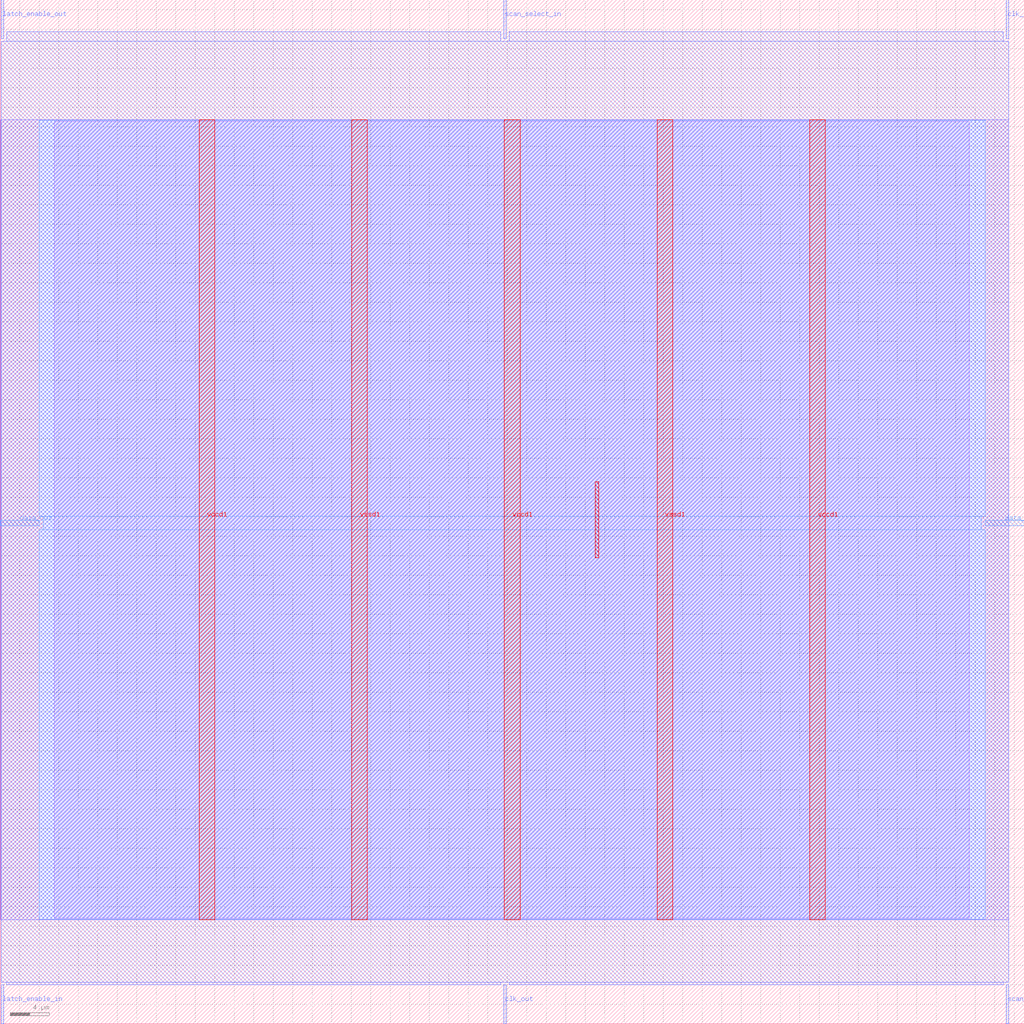
<source format=lef>
VERSION 5.7 ;
  NOWIREEXTENSIONATPIN ON ;
  DIVIDERCHAR "/" ;
  BUSBITCHARS "[]" ;
MACRO scan_wrapper_341161378978988626
  CLASS BLOCK ;
  FOREIGN scan_wrapper_341161378978988626 ;
  ORIGIN 0.000 0.000 ;
  SIZE 105.000 BY 105.000 ;
  PIN clk_in
    DIRECTION INPUT ;
    USE SIGNAL ;
    PORT
      LAYER met2 ;
        RECT 103.130 101.000 103.410 105.000 ;
    END
  END clk_in
  PIN clk_out
    DIRECTION OUTPUT TRISTATE ;
    USE SIGNAL ;
    PORT
      LAYER met2 ;
        RECT 51.610 0.000 51.890 4.000 ;
    END
  END clk_out
  PIN data_in
    DIRECTION INPUT ;
    USE SIGNAL ;
    PORT
      LAYER met3 ;
        RECT 101.000 51.040 105.000 51.640 ;
    END
  END data_in
  PIN data_out
    DIRECTION OUTPUT TRISTATE ;
    USE SIGNAL ;
    PORT
      LAYER met3 ;
        RECT 0.000 51.040 4.000 51.640 ;
    END
  END data_out
  PIN latch_enable_in
    DIRECTION INPUT ;
    USE SIGNAL ;
    PORT
      LAYER met2 ;
        RECT 0.090 0.000 0.370 4.000 ;
    END
  END latch_enable_in
  PIN latch_enable_out
    DIRECTION OUTPUT TRISTATE ;
    USE SIGNAL ;
    PORT
      LAYER met2 ;
        RECT 0.090 101.000 0.370 105.000 ;
    END
  END latch_enable_out
  PIN scan_select_in
    DIRECTION INPUT ;
    USE SIGNAL ;
    PORT
      LAYER met2 ;
        RECT 51.610 101.000 51.890 105.000 ;
    END
  END scan_select_in
  PIN scan_select_out
    DIRECTION OUTPUT TRISTATE ;
    USE SIGNAL ;
    PORT
      LAYER met2 ;
        RECT 103.130 0.000 103.410 4.000 ;
    END
  END scan_select_out
  PIN vccd1
    DIRECTION INPUT ;
    USE POWER ;
    PORT
      LAYER met4 ;
        RECT 20.380 10.640 21.980 92.720 ;
    END
    PORT
      LAYER met4 ;
        RECT 51.700 10.640 53.300 92.720 ;
    END
    PORT
      LAYER met4 ;
        RECT 83.020 10.640 84.620 92.720 ;
    END
  END vccd1
  PIN vssd1
    DIRECTION INPUT ;
    USE GROUND ;
    PORT
      LAYER met4 ;
        RECT 36.040 10.640 37.640 92.720 ;
    END
    PORT
      LAYER met4 ;
        RECT 67.360 10.640 68.960 92.720 ;
    END
  END vssd1
  OBS
      LAYER li1 ;
        RECT 5.520 10.795 99.360 92.565 ;
      LAYER met1 ;
        RECT 0.070 10.640 103.430 92.720 ;
      LAYER met2 ;
        RECT 0.650 100.720 51.330 101.730 ;
        RECT 52.170 100.720 102.850 101.730 ;
        RECT 0.100 4.280 103.400 100.720 ;
        RECT 0.650 4.000 51.330 4.280 ;
        RECT 52.170 4.000 102.850 4.280 ;
      LAYER met3 ;
        RECT 4.000 52.040 101.000 92.645 ;
        RECT 4.400 50.640 100.600 52.040 ;
        RECT 4.000 10.715 101.000 50.640 ;
      LAYER met4 ;
        RECT 61.015 47.775 61.345 55.585 ;
  END
END scan_wrapper_341161378978988626
END LIBRARY


</source>
